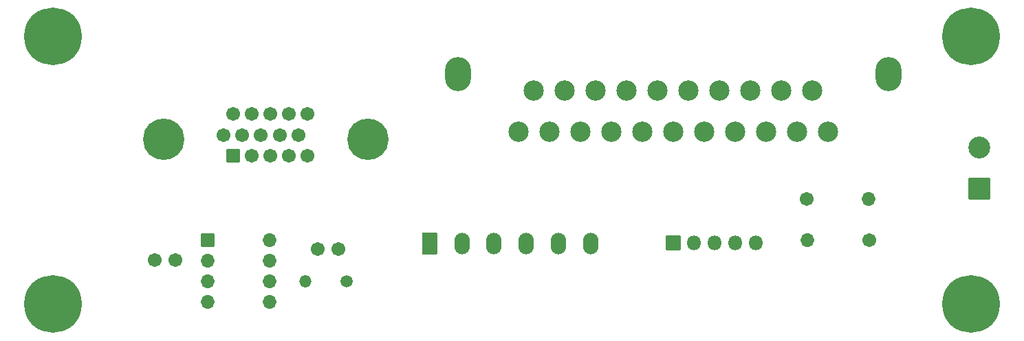
<source format=gbr>
G04 #@! TF.GenerationSoftware,KiCad,Pcbnew,7.0.1*
G04 #@! TF.CreationDate,2023-04-07T16:46:32+02:00*
G04 #@! TF.ProjectId,raveracer,72617665-7261-4636-9572-2e6b69636164,rev?*
G04 #@! TF.SameCoordinates,Original*
G04 #@! TF.FileFunction,Soldermask,Top*
G04 #@! TF.FilePolarity,Negative*
%FSLAX46Y46*%
G04 Gerber Fmt 4.6, Leading zero omitted, Abs format (unit mm)*
G04 Created by KiCad (PCBNEW 7.0.1) date 2023-04-07 16:46:32*
%MOMM*%
%LPD*%
G01*
G04 APERTURE LIST*
G04 Aperture macros list*
%AMRoundRect*
0 Rectangle with rounded corners*
0 $1 Rounding radius*
0 $2 $3 $4 $5 $6 $7 $8 $9 X,Y pos of 4 corners*
0 Add a 4 corners polygon primitive as box body*
4,1,4,$2,$3,$4,$5,$6,$7,$8,$9,$2,$3,0*
0 Add four circle primitives for the rounded corners*
1,1,$1+$1,$2,$3*
1,1,$1+$1,$4,$5*
1,1,$1+$1,$6,$7*
1,1,$1+$1,$8,$9*
0 Add four rect primitives between the rounded corners*
20,1,$1+$1,$2,$3,$4,$5,0*
20,1,$1+$1,$4,$5,$6,$7,0*
20,1,$1+$1,$6,$7,$8,$9,0*
20,1,$1+$1,$8,$9,$2,$3,0*%
G04 Aperture macros list end*
%ADD10RoundRect,0.051000X-0.889000X-1.270000X0.889000X-1.270000X0.889000X1.270000X-0.889000X1.270000X0*%
%ADD11O,1.880000X2.642000*%
%ADD12O,1.702000X1.702000*%
%ADD13C,1.702000*%
%ADD14O,1.802000X1.802000*%
%ADD15RoundRect,0.051000X0.850000X-0.850000X0.850000X0.850000X-0.850000X0.850000X-0.850000X-0.850000X0*%
%ADD16RoundRect,0.051000X-0.800000X-0.800000X0.800000X-0.800000X0.800000X0.800000X-0.800000X0.800000X0*%
%ADD17O,1.502000X1.502000*%
%ADD18C,1.502000*%
%ADD19C,7.102000*%
%ADD20C,2.702000*%
%ADD21RoundRect,0.051000X1.300000X-1.300000X1.300000X1.300000X-1.300000X1.300000X-1.300000X-1.300000X0*%
%ADD22RoundRect,0.051000X0.800000X0.800000X-0.800000X0.800000X-0.800000X-0.800000X0.800000X-0.800000X0*%
%ADD23C,5.102000*%
%ADD24C,2.502000*%
%ADD25O,3.202000X4.202000*%
G04 APERTURE END LIST*
D10*
X132588000Y-104648000D03*
D11*
X136548000Y-104648000D03*
X140508000Y-104648000D03*
X144468000Y-104648000D03*
X148428000Y-104648000D03*
X152388000Y-104648000D03*
D12*
X186646022Y-99150000D03*
D13*
X179026022Y-99150000D03*
D14*
X172692022Y-104580000D03*
X170152022Y-104580000D03*
X167612022Y-104580000D03*
X165072022Y-104580000D03*
D15*
X162532022Y-104580000D03*
D12*
X112856022Y-104210000D03*
X112856022Y-106750000D03*
X112856022Y-109290000D03*
X112856022Y-111830000D03*
X105236022Y-111830000D03*
X105236022Y-109290000D03*
X105236022Y-106750000D03*
D16*
X105236022Y-104210000D03*
D13*
X98736022Y-106710000D03*
X101236022Y-106710000D03*
X121336022Y-105310000D03*
X118836022Y-105310000D03*
D17*
X117256022Y-109310000D03*
D18*
X122336022Y-109310000D03*
D12*
X179096022Y-104260000D03*
D13*
X186716022Y-104260000D03*
D19*
X199236022Y-112110000D03*
D20*
X200226022Y-92750000D03*
D21*
X200226022Y-97830000D03*
D19*
X86236022Y-79110000D03*
X86236022Y-112110000D03*
X199236022Y-79110000D03*
D13*
X117546022Y-88680000D03*
X115256022Y-88680000D03*
X112966022Y-88680000D03*
X110676022Y-88680000D03*
X108386022Y-88680000D03*
X116391022Y-91260000D03*
X114101022Y-91260000D03*
X111811022Y-91260000D03*
X109521022Y-91260000D03*
X107231022Y-91260000D03*
X117506022Y-93780000D03*
X115216022Y-93780000D03*
X112926022Y-93780000D03*
X110636022Y-93780000D03*
D22*
X108346022Y-93780000D03*
D23*
X99846022Y-91780000D03*
X124946022Y-91780000D03*
D24*
X181593622Y-90844440D03*
X179688622Y-85764440D03*
X177783622Y-90844440D03*
X175878622Y-85764440D03*
X173973622Y-90844440D03*
X172068622Y-85764440D03*
X170163622Y-90844440D03*
X168258622Y-85764440D03*
X166353622Y-90844440D03*
X164448622Y-85764440D03*
X162543622Y-90844440D03*
X160638622Y-85764440D03*
X158733622Y-90844440D03*
X156828622Y-85764440D03*
X154923622Y-90844440D03*
X153018622Y-85764440D03*
X151113622Y-90844440D03*
X149208622Y-85764440D03*
X147303622Y-90844440D03*
X145398622Y-85764440D03*
X143493622Y-90844440D03*
D25*
X136043802Y-83765460D03*
X189043442Y-83765460D03*
M02*

</source>
